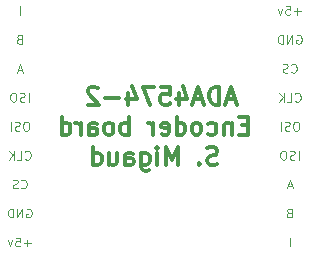
<source format=gbr>
G04 #@! TF.GenerationSoftware,KiCad,Pcbnew,(5.0.1)-3*
G04 #@! TF.CreationDate,2019-01-28T22:50:12+00:00*
G04 #@! TF.ProjectId,Encoder,456E636F6465722E6B696361645F7063,rev?*
G04 #@! TF.SameCoordinates,Original*
G04 #@! TF.FileFunction,Legend,Bot*
G04 #@! TF.FilePolarity,Positive*
%FSLAX46Y46*%
G04 Gerber Fmt 4.6, Leading zero omitted, Abs format (unit mm)*
G04 Created by KiCad (PCBNEW (5.0.1)-3) date 28/01/2019 22:50:12*
%MOMM*%
%LPD*%
G01*
G04 APERTURE LIST*
%ADD10C,0.100000*%
%ADD11C,0.300000*%
G04 APERTURE END LIST*
D10*
X90170000Y-56579285D02*
X90170000Y-55829285D01*
X90116428Y-58636428D02*
X90009285Y-58672142D01*
X89973571Y-58707857D01*
X89937857Y-58779285D01*
X89937857Y-58886428D01*
X89973571Y-58957857D01*
X90009285Y-58993571D01*
X90080714Y-59029285D01*
X90366428Y-59029285D01*
X90366428Y-58279285D01*
X90116428Y-58279285D01*
X90045000Y-58315000D01*
X90009285Y-58350714D01*
X89973571Y-58422142D01*
X89973571Y-58493571D01*
X90009285Y-58565000D01*
X90045000Y-58600714D01*
X90116428Y-58636428D01*
X90366428Y-58636428D01*
X90348571Y-61265000D02*
X89991428Y-61265000D01*
X90420000Y-61479285D02*
X90170000Y-60729285D01*
X89920000Y-61479285D01*
X90920000Y-63929285D02*
X90920000Y-63179285D01*
X90598571Y-63893571D02*
X90491428Y-63929285D01*
X90312857Y-63929285D01*
X90241428Y-63893571D01*
X90205714Y-63857857D01*
X90170000Y-63786428D01*
X90170000Y-63715000D01*
X90205714Y-63643571D01*
X90241428Y-63607857D01*
X90312857Y-63572142D01*
X90455714Y-63536428D01*
X90527142Y-63500714D01*
X90562857Y-63465000D01*
X90598571Y-63393571D01*
X90598571Y-63322142D01*
X90562857Y-63250714D01*
X90527142Y-63215000D01*
X90455714Y-63179285D01*
X90277142Y-63179285D01*
X90170000Y-63215000D01*
X89705714Y-63179285D02*
X89562857Y-63179285D01*
X89491428Y-63215000D01*
X89420000Y-63286428D01*
X89384285Y-63429285D01*
X89384285Y-63679285D01*
X89420000Y-63822142D01*
X89491428Y-63893571D01*
X89562857Y-63929285D01*
X89705714Y-63929285D01*
X89777142Y-63893571D01*
X89848571Y-63822142D01*
X89884285Y-63679285D01*
X89884285Y-63429285D01*
X89848571Y-63286428D01*
X89777142Y-63215000D01*
X89705714Y-63179285D01*
X90777142Y-65629285D02*
X90634285Y-65629285D01*
X90562857Y-65665000D01*
X90491428Y-65736428D01*
X90455714Y-65879285D01*
X90455714Y-66129285D01*
X90491428Y-66272142D01*
X90562857Y-66343571D01*
X90634285Y-66379285D01*
X90777142Y-66379285D01*
X90848571Y-66343571D01*
X90920000Y-66272142D01*
X90955714Y-66129285D01*
X90955714Y-65879285D01*
X90920000Y-65736428D01*
X90848571Y-65665000D01*
X90777142Y-65629285D01*
X90170000Y-66343571D02*
X90062857Y-66379285D01*
X89884285Y-66379285D01*
X89812857Y-66343571D01*
X89777142Y-66307857D01*
X89741428Y-66236428D01*
X89741428Y-66165000D01*
X89777142Y-66093571D01*
X89812857Y-66057857D01*
X89884285Y-66022142D01*
X90027142Y-65986428D01*
X90098571Y-65950714D01*
X90134285Y-65915000D01*
X90170000Y-65843571D01*
X90170000Y-65772142D01*
X90134285Y-65700714D01*
X90098571Y-65665000D01*
X90027142Y-65629285D01*
X89848571Y-65629285D01*
X89741428Y-65665000D01*
X89420000Y-66379285D02*
X89420000Y-65629285D01*
X90616428Y-68757857D02*
X90652142Y-68793571D01*
X90759285Y-68829285D01*
X90830714Y-68829285D01*
X90937857Y-68793571D01*
X91009285Y-68722142D01*
X91045000Y-68650714D01*
X91080714Y-68507857D01*
X91080714Y-68400714D01*
X91045000Y-68257857D01*
X91009285Y-68186428D01*
X90937857Y-68115000D01*
X90830714Y-68079285D01*
X90759285Y-68079285D01*
X90652142Y-68115000D01*
X90616428Y-68150714D01*
X89937857Y-68829285D02*
X90295000Y-68829285D01*
X90295000Y-68079285D01*
X89687857Y-68829285D02*
X89687857Y-68079285D01*
X89259285Y-68829285D02*
X89580714Y-68400714D01*
X89259285Y-68079285D02*
X89687857Y-68507857D01*
X90295000Y-71207857D02*
X90330714Y-71243571D01*
X90437857Y-71279285D01*
X90509285Y-71279285D01*
X90616428Y-71243571D01*
X90687857Y-71172142D01*
X90723571Y-71100714D01*
X90759285Y-70957857D01*
X90759285Y-70850714D01*
X90723571Y-70707857D01*
X90687857Y-70636428D01*
X90616428Y-70565000D01*
X90509285Y-70529285D01*
X90437857Y-70529285D01*
X90330714Y-70565000D01*
X90295000Y-70600714D01*
X90009285Y-71243571D02*
X89902142Y-71279285D01*
X89723571Y-71279285D01*
X89652142Y-71243571D01*
X89616428Y-71207857D01*
X89580714Y-71136428D01*
X89580714Y-71065000D01*
X89616428Y-70993571D01*
X89652142Y-70957857D01*
X89723571Y-70922142D01*
X89866428Y-70886428D01*
X89937857Y-70850714D01*
X89973571Y-70815000D01*
X90009285Y-70743571D01*
X90009285Y-70672142D01*
X89973571Y-70600714D01*
X89937857Y-70565000D01*
X89866428Y-70529285D01*
X89687857Y-70529285D01*
X89580714Y-70565000D01*
X90741428Y-73015000D02*
X90812857Y-72979285D01*
X90920000Y-72979285D01*
X91027142Y-73015000D01*
X91098571Y-73086428D01*
X91134285Y-73157857D01*
X91170000Y-73300714D01*
X91170000Y-73407857D01*
X91134285Y-73550714D01*
X91098571Y-73622142D01*
X91027142Y-73693571D01*
X90920000Y-73729285D01*
X90848571Y-73729285D01*
X90741428Y-73693571D01*
X90705714Y-73657857D01*
X90705714Y-73407857D01*
X90848571Y-73407857D01*
X90384285Y-73729285D02*
X90384285Y-72979285D01*
X89955714Y-73729285D01*
X89955714Y-72979285D01*
X89598571Y-73729285D02*
X89598571Y-72979285D01*
X89420000Y-72979285D01*
X89312857Y-73015000D01*
X89241428Y-73086428D01*
X89205714Y-73157857D01*
X89170000Y-73300714D01*
X89170000Y-73407857D01*
X89205714Y-73550714D01*
X89241428Y-73622142D01*
X89312857Y-73693571D01*
X89420000Y-73729285D01*
X89598571Y-73729285D01*
X91098571Y-75893571D02*
X90527142Y-75893571D01*
X90812857Y-76179285D02*
X90812857Y-75607857D01*
X89812857Y-75429285D02*
X90170000Y-75429285D01*
X90205714Y-75786428D01*
X90170000Y-75750714D01*
X90098571Y-75715000D01*
X89920000Y-75715000D01*
X89848571Y-75750714D01*
X89812857Y-75786428D01*
X89777142Y-75857857D01*
X89777142Y-76036428D01*
X89812857Y-76107857D01*
X89848571Y-76143571D01*
X89920000Y-76179285D01*
X90098571Y-76179285D01*
X90170000Y-76143571D01*
X90205714Y-76107857D01*
X89527142Y-75679285D02*
X89348571Y-76179285D01*
X89170000Y-75679285D01*
X113958571Y-56293571D02*
X113387142Y-56293571D01*
X113672857Y-56579285D02*
X113672857Y-56007857D01*
X112672857Y-55829285D02*
X113030000Y-55829285D01*
X113065714Y-56186428D01*
X113030000Y-56150714D01*
X112958571Y-56115000D01*
X112780000Y-56115000D01*
X112708571Y-56150714D01*
X112672857Y-56186428D01*
X112637142Y-56257857D01*
X112637142Y-56436428D01*
X112672857Y-56507857D01*
X112708571Y-56543571D01*
X112780000Y-56579285D01*
X112958571Y-56579285D01*
X113030000Y-56543571D01*
X113065714Y-56507857D01*
X112387142Y-56079285D02*
X112208571Y-56579285D01*
X112030000Y-56079285D01*
X113601428Y-58315000D02*
X113672857Y-58279285D01*
X113780000Y-58279285D01*
X113887142Y-58315000D01*
X113958571Y-58386428D01*
X113994285Y-58457857D01*
X114030000Y-58600714D01*
X114030000Y-58707857D01*
X113994285Y-58850714D01*
X113958571Y-58922142D01*
X113887142Y-58993571D01*
X113780000Y-59029285D01*
X113708571Y-59029285D01*
X113601428Y-58993571D01*
X113565714Y-58957857D01*
X113565714Y-58707857D01*
X113708571Y-58707857D01*
X113244285Y-59029285D02*
X113244285Y-58279285D01*
X112815714Y-59029285D01*
X112815714Y-58279285D01*
X112458571Y-59029285D02*
X112458571Y-58279285D01*
X112280000Y-58279285D01*
X112172857Y-58315000D01*
X112101428Y-58386428D01*
X112065714Y-58457857D01*
X112030000Y-58600714D01*
X112030000Y-58707857D01*
X112065714Y-58850714D01*
X112101428Y-58922142D01*
X112172857Y-58993571D01*
X112280000Y-59029285D01*
X112458571Y-59029285D01*
X113155000Y-61407857D02*
X113190714Y-61443571D01*
X113297857Y-61479285D01*
X113369285Y-61479285D01*
X113476428Y-61443571D01*
X113547857Y-61372142D01*
X113583571Y-61300714D01*
X113619285Y-61157857D01*
X113619285Y-61050714D01*
X113583571Y-60907857D01*
X113547857Y-60836428D01*
X113476428Y-60765000D01*
X113369285Y-60729285D01*
X113297857Y-60729285D01*
X113190714Y-60765000D01*
X113155000Y-60800714D01*
X112869285Y-61443571D02*
X112762142Y-61479285D01*
X112583571Y-61479285D01*
X112512142Y-61443571D01*
X112476428Y-61407857D01*
X112440714Y-61336428D01*
X112440714Y-61265000D01*
X112476428Y-61193571D01*
X112512142Y-61157857D01*
X112583571Y-61122142D01*
X112726428Y-61086428D01*
X112797857Y-61050714D01*
X112833571Y-61015000D01*
X112869285Y-60943571D01*
X112869285Y-60872142D01*
X112833571Y-60800714D01*
X112797857Y-60765000D01*
X112726428Y-60729285D01*
X112547857Y-60729285D01*
X112440714Y-60765000D01*
X113476428Y-63857857D02*
X113512142Y-63893571D01*
X113619285Y-63929285D01*
X113690714Y-63929285D01*
X113797857Y-63893571D01*
X113869285Y-63822142D01*
X113905000Y-63750714D01*
X113940714Y-63607857D01*
X113940714Y-63500714D01*
X113905000Y-63357857D01*
X113869285Y-63286428D01*
X113797857Y-63215000D01*
X113690714Y-63179285D01*
X113619285Y-63179285D01*
X113512142Y-63215000D01*
X113476428Y-63250714D01*
X112797857Y-63929285D02*
X113155000Y-63929285D01*
X113155000Y-63179285D01*
X112547857Y-63929285D02*
X112547857Y-63179285D01*
X112119285Y-63929285D02*
X112440714Y-63500714D01*
X112119285Y-63179285D02*
X112547857Y-63607857D01*
X113637142Y-65629285D02*
X113494285Y-65629285D01*
X113422857Y-65665000D01*
X113351428Y-65736428D01*
X113315714Y-65879285D01*
X113315714Y-66129285D01*
X113351428Y-66272142D01*
X113422857Y-66343571D01*
X113494285Y-66379285D01*
X113637142Y-66379285D01*
X113708571Y-66343571D01*
X113780000Y-66272142D01*
X113815714Y-66129285D01*
X113815714Y-65879285D01*
X113780000Y-65736428D01*
X113708571Y-65665000D01*
X113637142Y-65629285D01*
X113030000Y-66343571D02*
X112922857Y-66379285D01*
X112744285Y-66379285D01*
X112672857Y-66343571D01*
X112637142Y-66307857D01*
X112601428Y-66236428D01*
X112601428Y-66165000D01*
X112637142Y-66093571D01*
X112672857Y-66057857D01*
X112744285Y-66022142D01*
X112887142Y-65986428D01*
X112958571Y-65950714D01*
X112994285Y-65915000D01*
X113030000Y-65843571D01*
X113030000Y-65772142D01*
X112994285Y-65700714D01*
X112958571Y-65665000D01*
X112887142Y-65629285D01*
X112708571Y-65629285D01*
X112601428Y-65665000D01*
X112280000Y-66379285D02*
X112280000Y-65629285D01*
X113780000Y-68829285D02*
X113780000Y-68079285D01*
X113458571Y-68793571D02*
X113351428Y-68829285D01*
X113172857Y-68829285D01*
X113101428Y-68793571D01*
X113065714Y-68757857D01*
X113030000Y-68686428D01*
X113030000Y-68615000D01*
X113065714Y-68543571D01*
X113101428Y-68507857D01*
X113172857Y-68472142D01*
X113315714Y-68436428D01*
X113387142Y-68400714D01*
X113422857Y-68365000D01*
X113458571Y-68293571D01*
X113458571Y-68222142D01*
X113422857Y-68150714D01*
X113387142Y-68115000D01*
X113315714Y-68079285D01*
X113137142Y-68079285D01*
X113030000Y-68115000D01*
X112565714Y-68079285D02*
X112422857Y-68079285D01*
X112351428Y-68115000D01*
X112280000Y-68186428D01*
X112244285Y-68329285D01*
X112244285Y-68579285D01*
X112280000Y-68722142D01*
X112351428Y-68793571D01*
X112422857Y-68829285D01*
X112565714Y-68829285D01*
X112637142Y-68793571D01*
X112708571Y-68722142D01*
X112744285Y-68579285D01*
X112744285Y-68329285D01*
X112708571Y-68186428D01*
X112637142Y-68115000D01*
X112565714Y-68079285D01*
X113208571Y-71065000D02*
X112851428Y-71065000D01*
X113280000Y-71279285D02*
X113030000Y-70529285D01*
X112780000Y-71279285D01*
X112976428Y-73336428D02*
X112869285Y-73372142D01*
X112833571Y-73407857D01*
X112797857Y-73479285D01*
X112797857Y-73586428D01*
X112833571Y-73657857D01*
X112869285Y-73693571D01*
X112940714Y-73729285D01*
X113226428Y-73729285D01*
X113226428Y-72979285D01*
X112976428Y-72979285D01*
X112905000Y-73015000D01*
X112869285Y-73050714D01*
X112833571Y-73122142D01*
X112833571Y-73193571D01*
X112869285Y-73265000D01*
X112905000Y-73300714D01*
X112976428Y-73336428D01*
X113226428Y-73336428D01*
X113030000Y-76179285D02*
X113030000Y-75429285D01*
D11*
X108421428Y-63740000D02*
X107707142Y-63740000D01*
X108564285Y-64168571D02*
X108064285Y-62668571D01*
X107564285Y-64168571D01*
X107064285Y-64168571D02*
X107064285Y-62668571D01*
X106707142Y-62668571D01*
X106492857Y-62740000D01*
X106350000Y-62882857D01*
X106278571Y-63025714D01*
X106207142Y-63311428D01*
X106207142Y-63525714D01*
X106278571Y-63811428D01*
X106350000Y-63954285D01*
X106492857Y-64097142D01*
X106707142Y-64168571D01*
X107064285Y-64168571D01*
X105635714Y-63740000D02*
X104921428Y-63740000D01*
X105778571Y-64168571D02*
X105278571Y-62668571D01*
X104778571Y-64168571D01*
X103635714Y-63168571D02*
X103635714Y-64168571D01*
X103992857Y-62597142D02*
X104350000Y-63668571D01*
X103421428Y-63668571D01*
X102135714Y-62668571D02*
X102850000Y-62668571D01*
X102921428Y-63382857D01*
X102850000Y-63311428D01*
X102707142Y-63240000D01*
X102350000Y-63240000D01*
X102207142Y-63311428D01*
X102135714Y-63382857D01*
X102064285Y-63525714D01*
X102064285Y-63882857D01*
X102135714Y-64025714D01*
X102207142Y-64097142D01*
X102350000Y-64168571D01*
X102707142Y-64168571D01*
X102850000Y-64097142D01*
X102921428Y-64025714D01*
X101564285Y-62668571D02*
X100564285Y-62668571D01*
X101207142Y-64168571D01*
X99350000Y-63168571D02*
X99350000Y-64168571D01*
X99707142Y-62597142D02*
X100064285Y-63668571D01*
X99135714Y-63668571D01*
X98564285Y-63597142D02*
X97421428Y-63597142D01*
X96778571Y-62811428D02*
X96707142Y-62740000D01*
X96564285Y-62668571D01*
X96207142Y-62668571D01*
X96064285Y-62740000D01*
X95992857Y-62811428D01*
X95921428Y-62954285D01*
X95921428Y-63097142D01*
X95992857Y-63311428D01*
X96850000Y-64168571D01*
X95921428Y-64168571D01*
X109457142Y-65932857D02*
X108957142Y-65932857D01*
X108742857Y-66718571D02*
X109457142Y-66718571D01*
X109457142Y-65218571D01*
X108742857Y-65218571D01*
X108100000Y-65718571D02*
X108100000Y-66718571D01*
X108100000Y-65861428D02*
X108028571Y-65790000D01*
X107885714Y-65718571D01*
X107671428Y-65718571D01*
X107528571Y-65790000D01*
X107457142Y-65932857D01*
X107457142Y-66718571D01*
X106100000Y-66647142D02*
X106242857Y-66718571D01*
X106528571Y-66718571D01*
X106671428Y-66647142D01*
X106742857Y-66575714D01*
X106814285Y-66432857D01*
X106814285Y-66004285D01*
X106742857Y-65861428D01*
X106671428Y-65790000D01*
X106528571Y-65718571D01*
X106242857Y-65718571D01*
X106100000Y-65790000D01*
X105242857Y-66718571D02*
X105385714Y-66647142D01*
X105457142Y-66575714D01*
X105528571Y-66432857D01*
X105528571Y-66004285D01*
X105457142Y-65861428D01*
X105385714Y-65790000D01*
X105242857Y-65718571D01*
X105028571Y-65718571D01*
X104885714Y-65790000D01*
X104814285Y-65861428D01*
X104742857Y-66004285D01*
X104742857Y-66432857D01*
X104814285Y-66575714D01*
X104885714Y-66647142D01*
X105028571Y-66718571D01*
X105242857Y-66718571D01*
X103457142Y-66718571D02*
X103457142Y-65218571D01*
X103457142Y-66647142D02*
X103600000Y-66718571D01*
X103885714Y-66718571D01*
X104028571Y-66647142D01*
X104100000Y-66575714D01*
X104171428Y-66432857D01*
X104171428Y-66004285D01*
X104100000Y-65861428D01*
X104028571Y-65790000D01*
X103885714Y-65718571D01*
X103600000Y-65718571D01*
X103457142Y-65790000D01*
X102171428Y-66647142D02*
X102314285Y-66718571D01*
X102600000Y-66718571D01*
X102742857Y-66647142D01*
X102814285Y-66504285D01*
X102814285Y-65932857D01*
X102742857Y-65790000D01*
X102600000Y-65718571D01*
X102314285Y-65718571D01*
X102171428Y-65790000D01*
X102100000Y-65932857D01*
X102100000Y-66075714D01*
X102814285Y-66218571D01*
X101457142Y-66718571D02*
X101457142Y-65718571D01*
X101457142Y-66004285D02*
X101385714Y-65861428D01*
X101314285Y-65790000D01*
X101171428Y-65718571D01*
X101028571Y-65718571D01*
X99385714Y-66718571D02*
X99385714Y-65218571D01*
X99385714Y-65790000D02*
X99242857Y-65718571D01*
X98957142Y-65718571D01*
X98814285Y-65790000D01*
X98742857Y-65861428D01*
X98671428Y-66004285D01*
X98671428Y-66432857D01*
X98742857Y-66575714D01*
X98814285Y-66647142D01*
X98957142Y-66718571D01*
X99242857Y-66718571D01*
X99385714Y-66647142D01*
X97814285Y-66718571D02*
X97957142Y-66647142D01*
X98028571Y-66575714D01*
X98100000Y-66432857D01*
X98100000Y-66004285D01*
X98028571Y-65861428D01*
X97957142Y-65790000D01*
X97814285Y-65718571D01*
X97600000Y-65718571D01*
X97457142Y-65790000D01*
X97385714Y-65861428D01*
X97314285Y-66004285D01*
X97314285Y-66432857D01*
X97385714Y-66575714D01*
X97457142Y-66647142D01*
X97600000Y-66718571D01*
X97814285Y-66718571D01*
X96028571Y-66718571D02*
X96028571Y-65932857D01*
X96100000Y-65790000D01*
X96242857Y-65718571D01*
X96528571Y-65718571D01*
X96671428Y-65790000D01*
X96028571Y-66647142D02*
X96171428Y-66718571D01*
X96528571Y-66718571D01*
X96671428Y-66647142D01*
X96742857Y-66504285D01*
X96742857Y-66361428D01*
X96671428Y-66218571D01*
X96528571Y-66147142D01*
X96171428Y-66147142D01*
X96028571Y-66075714D01*
X95314285Y-66718571D02*
X95314285Y-65718571D01*
X95314285Y-66004285D02*
X95242857Y-65861428D01*
X95171428Y-65790000D01*
X95028571Y-65718571D01*
X94885714Y-65718571D01*
X93742857Y-66718571D02*
X93742857Y-65218571D01*
X93742857Y-66647142D02*
X93885714Y-66718571D01*
X94171428Y-66718571D01*
X94314285Y-66647142D01*
X94385714Y-66575714D01*
X94457142Y-66432857D01*
X94457142Y-66004285D01*
X94385714Y-65861428D01*
X94314285Y-65790000D01*
X94171428Y-65718571D01*
X93885714Y-65718571D01*
X93742857Y-65790000D01*
X106885714Y-69197142D02*
X106671428Y-69268571D01*
X106314285Y-69268571D01*
X106171428Y-69197142D01*
X106100000Y-69125714D01*
X106028571Y-68982857D01*
X106028571Y-68840000D01*
X106100000Y-68697142D01*
X106171428Y-68625714D01*
X106314285Y-68554285D01*
X106600000Y-68482857D01*
X106742857Y-68411428D01*
X106814285Y-68340000D01*
X106885714Y-68197142D01*
X106885714Y-68054285D01*
X106814285Y-67911428D01*
X106742857Y-67840000D01*
X106600000Y-67768571D01*
X106242857Y-67768571D01*
X106028571Y-67840000D01*
X105385714Y-69125714D02*
X105314285Y-69197142D01*
X105385714Y-69268571D01*
X105457142Y-69197142D01*
X105385714Y-69125714D01*
X105385714Y-69268571D01*
X103528571Y-69268571D02*
X103528571Y-67768571D01*
X103028571Y-68840000D01*
X102528571Y-67768571D01*
X102528571Y-69268571D01*
X101814285Y-69268571D02*
X101814285Y-68268571D01*
X101814285Y-67768571D02*
X101885714Y-67840000D01*
X101814285Y-67911428D01*
X101742857Y-67840000D01*
X101814285Y-67768571D01*
X101814285Y-67911428D01*
X100457142Y-68268571D02*
X100457142Y-69482857D01*
X100528571Y-69625714D01*
X100600000Y-69697142D01*
X100742857Y-69768571D01*
X100957142Y-69768571D01*
X101100000Y-69697142D01*
X100457142Y-69197142D02*
X100600000Y-69268571D01*
X100885714Y-69268571D01*
X101028571Y-69197142D01*
X101100000Y-69125714D01*
X101171428Y-68982857D01*
X101171428Y-68554285D01*
X101100000Y-68411428D01*
X101028571Y-68340000D01*
X100885714Y-68268571D01*
X100600000Y-68268571D01*
X100457142Y-68340000D01*
X99100000Y-69268571D02*
X99100000Y-68482857D01*
X99171428Y-68340000D01*
X99314285Y-68268571D01*
X99600000Y-68268571D01*
X99742857Y-68340000D01*
X99100000Y-69197142D02*
X99242857Y-69268571D01*
X99600000Y-69268571D01*
X99742857Y-69197142D01*
X99814285Y-69054285D01*
X99814285Y-68911428D01*
X99742857Y-68768571D01*
X99600000Y-68697142D01*
X99242857Y-68697142D01*
X99100000Y-68625714D01*
X97742857Y-68268571D02*
X97742857Y-69268571D01*
X98385714Y-68268571D02*
X98385714Y-69054285D01*
X98314285Y-69197142D01*
X98171428Y-69268571D01*
X97957142Y-69268571D01*
X97814285Y-69197142D01*
X97742857Y-69125714D01*
X96385714Y-69268571D02*
X96385714Y-67768571D01*
X96385714Y-69197142D02*
X96528571Y-69268571D01*
X96814285Y-69268571D01*
X96957142Y-69197142D01*
X97028571Y-69125714D01*
X97100000Y-68982857D01*
X97100000Y-68554285D01*
X97028571Y-68411428D01*
X96957142Y-68340000D01*
X96814285Y-68268571D01*
X96528571Y-68268571D01*
X96385714Y-68340000D01*
M02*

</source>
